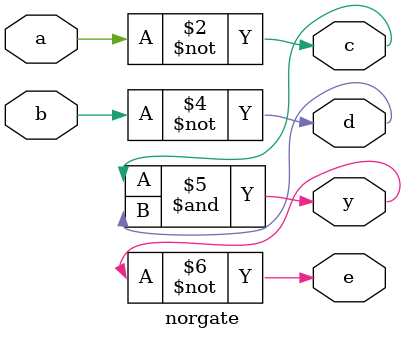
<source format=v>
module norgate(a,b,c,d,e,y);
input a,b;
output c,d,e,y;
nand nand1(c,a,a);
nand nand2(d,b,b);
nand nand3(e,c,d);
nand nand4(y,e,e);
endmodule

</source>
